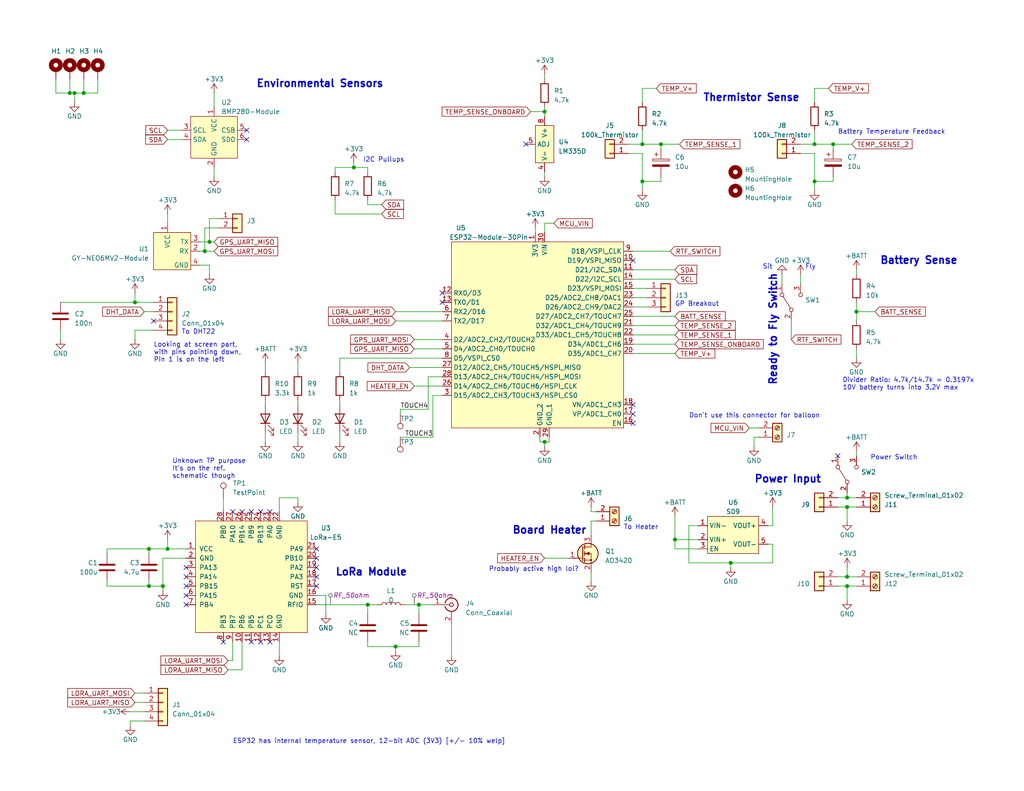
<source format=kicad_sch>
(kicad_sch (version 20230121) (generator eeschema)
  (paper "USLetter")
  (lib_symbols
    (symbol "Connector:Conn_Coaxial" (pin_names (offset 1.016) hide)
      (property "Reference" "J" (at 0.254 3.048 0))
      (property "Value" "Conn_Coaxial" (at 2.921 0 90))
      (symbol "Conn_Coaxial_1_1"
        (pin passive line (at -5.08 0 0) (length 2.54) (name "In") (number "1"))
        (pin passive line (at 0 -5.08 90) (length 2.54) (name "Ext") (number "2"))
      )
    )
    (symbol "Connector:Screw_Terminal_01x02" (pin_names (offset 1.016) hide)
      (property "Reference" "J" (at 0 2.54 0))
      (property "Value" "Screw_Terminal_01x02" (at 0 -5.08 0))
      (symbol "Screw_Terminal_01x02_1_1"
        (pin passive line (at -5.08 0 0) (length 3.81) (name "Pin_1") (number "1"))
        (pin passive line (at -5.08 -2.54 0) (length 3.81) (name "Pin_2") (number "2"))
      )
    )
    (symbol "Connector:TestPoint" (pin_numbers hide) (pin_names (offset 0.762) hide)
      (property "Reference" "TP" (at 0 6.858 0))
      (property "Value" "TestPoint" (at 0 5.08 0))
      (symbol "TestPoint_1_1"
        (pin passive line (at 0 0 90) (length 2.54) (name "1") (number "1"))
      )
    )
    (symbol "Connector_Generic:Conn_01x02" (pin_names (offset 1.016) hide)
      (property "Reference" "J" (at 0 2.54 0))
      (property "Value" "Conn_01x02" (at 0 -5.08 0))
      (symbol "Conn_01x02_1_1"
        (pin passive line (at -5.08 0 0) (length 3.81) (name "Pin_1") (number "1"))
        (pin passive line (at -5.08 -2.54 0) (length 3.81) (name "Pin_2") (number "2"))
      )
    )
    (symbol "Connector_Generic:Conn_01x03" (pin_names (offset 1.016) hide)
      (property "Reference" "J" (at 0 5.08 0))
      (property "Value" "Conn_01x03" (at 0 -5.08 0))
      (symbol "Conn_01x03_1_1"
        (pin passive line (at -5.08 2.54 0) (length 3.81) (name "Pin_1") (number "1"))
        (pin passive line (at -5.08 0 0) (length 3.81) (name "Pin_2") (number "2"))
        (pin passive line (at -5.08 -2.54 0) (length 3.81) (name "Pin_3") (number "3"))
      )
    )
    (symbol "Connector_Generic:Conn_01x04" (pin_names (offset 1.016) hide)
      (property "Reference" "J" (at 0 5.08 0))
      (property "Value" "Conn_01x04" (at 0 -7.62 0))
      (symbol "Conn_01x04_1_1"
        (pin passive line (at -5.08 2.54 0) (length 3.81) (name "Pin_1") (number "1"))
        (pin passive line (at -5.08 0 0) (length 3.81) (name "Pin_2") (number "2"))
        (pin passive line (at -5.08 -2.54 0) (length 3.81) (name "Pin_3") (number "3"))
        (pin passive line (at -5.08 -5.08 0) (length 3.81) (name "Pin_4") (number "4"))
      )
    )
    (symbol "Device:C" (pin_numbers hide) (pin_names (offset 0.254))
      (property "Reference" "C" (at 0.635 2.54 0))
      (property "Value" "C" (at 0.635 -2.54 0))
      (symbol "C_1_1"
        (pin passive line (at 0 3.81 270) (length 2.794) (name "~") (number "1"))
        (pin passive line (at 0 -3.81 90) (length 2.794) (name "~") (number "2"))
      )
    )
    (symbol "Device:C_Polarized" (pin_numbers hide) (pin_names (offset 0.254))
      (property "Reference" "C" (at 0.635 2.54 0))
      (property "Value" "C_Polarized" (at 0.635 -2.54 0))
      (symbol "C_Polarized_1_1"
        (pin passive line (at 0 3.81 270) (length 2.794) (name "~") (number "1"))
        (pin passive line (at 0 -3.81 90) (length 2.794) (name "~") (number "2"))
      )
    )
    (symbol "Device:L" (pin_numbers hide) (pin_names (offset 1.016) hide)
      (property "Reference" "L" (at -1.27 0 90))
      (property "Value" "L" (at 1.905 0 90))
      (symbol "L_1_1"
        (pin passive line (at 0 3.81 270) (length 1.27) (name "1") (number "1"))
        (pin passive line (at 0 -3.81 90) (length 1.27) (name "2") (number "2"))
      )
    )
    (symbol "Device:LED" (pin_numbers hide) (pin_names (offset 1.016) hide)
      (property "Reference" "D" (at 0 2.54 0))
      (property "Value" "LED" (at 0 -2.54 0))
      (symbol "LED_1_1"
        (pin passive line (at -3.81 0 0) (length 2.54) (name "K") (number "1"))
        (pin passive line (at 3.81 0 180) (length 2.54) (name "A") (number "2"))
      )
    )
    (symbol "Device:R" (pin_numbers hide) (pin_names (offset 0))
      (property "Reference" "R" (at 2.032 0 90))
      (property "Value" "R" (at 0 0 90))
      (symbol "R_1_1"
        (pin passive line (at 0 3.81 270) (length 1.27) (name "~") (number "1"))
        (pin passive line (at 0 -3.81 90) (length 1.27) (name "~") (number "2"))
      )
    )
    (symbol "Mechanical:MountingHole" (pin_names (offset 1.016))
      (property "Reference" "H" (at 0 5.08 0))
      (property "Value" "MountingHole" (at 0 3.175 0))
    )
    (symbol "Mechanical:MountingHole_Pad" (pin_numbers hide) (pin_names (offset 1.016) hide)
      (property "Reference" "H" (at 0 6.35 0))
      (property "Value" "MountingHole_Pad" (at 0 4.445 0))
      (symbol "MountingHole_Pad_1_1"
        (pin input line (at 0 -2.54 90) (length 2.54) (name "1") (number "1"))
      )
    )
    (symbol "PCM_Transistor_MOSFET_AKL:AO3420" (pin_names hide)
      (property "Reference" "Q" (at 5.08 1.27 0))
      (property "Value" "AO3420" (at 5.08 -1.27 0))
      (symbol "AO3420_1_1"
        (pin input line (at -3.81 -1.27 0) (length 2.54) (name "G") (number "1"))
        (pin passive line (at 2.54 -5.08 90) (length 2.54) (name "S") (number "2"))
        (pin passive line (at 2.54 5.08 270) (length 2.54) (name "D") (number "3"))
      )
    )
    (symbol "Project-Supernova-Symbol-Lib:BMP280-Module"
      (property "Reference" "U" (at -1.27 -2.54 0))
      (property "Value" "BMP280-Module" (at -1.27 -5.08 0))
      (symbol "BMP280-Module_1_1"
        (pin power_in line (at -2.54 12.7 270) (length 2.54) (name "VCC") (number "1"))
        (pin power_in line (at -2.54 -3.81 90) (length 2.54) (name "GND") (number "2"))
        (pin input line (at -11.43 6.35 0) (length 2.54) (name "SCL") (number "3"))
        (pin bidirectional line (at -11.43 3.81 0) (length 2.54) (name "SDA") (number "4"))
        (pin bidirectional line (at 6.35 6.35 180) (length 2.54) (name "CSB") (number "5"))
        (pin bidirectional line (at 6.35 3.81 180) (length 2.54) (name "SD0") (number "6"))
      )
    )
    (symbol "Project-Supernova-Symbol-Lib:ESP32-Module-30Pin"
      (property "Reference" "U" (at -20.32 19.05 0))
      (property "Value" "ESP32-Module-30Pin" (at -15.24 16.51 0))
      (symbol "ESP32-Module-30Pin_1_1"
        (pin bidirectional line (at -2.54 17.78 270) (length 2.54) (name "3V3") (number "1"))
        (pin bidirectional line (at 24.13 10.16 180) (length 2.54) (name "D19/VSPI_MISO") (number "10"))
        (pin bidirectional line (at 24.13 7.62 180) (length 2.54) (name "D21/I2C_SDA") (number "11"))
        (pin bidirectional line (at -27.94 1.27 0) (length 2.54) (name "RX0/D3") (number "12"))
        (pin bidirectional line (at -27.94 -1.27 0) (length 2.54) (name "TX0/D1") (number "13"))
        (pin bidirectional line (at 24.13 5.08 180) (length 2.54) (name "D22/I2C_SCL") (number "14"))
        (pin bidirectional line (at 24.13 2.54 180) (length 2.54) (name "D23/VSPI_MOSI") (number "15"))
        (pin bidirectional line (at 24.13 -34.29 180) (length 2.54) (name "EN") (number "16"))
        (pin bidirectional line (at 24.13 -31.75 180) (length 2.54) (name "VP/ADC1_CH0") (number "17"))
        (pin bidirectional line (at 24.13 -29.21 180) (length 2.54) (name "VN/ADC1_CH3") (number "18"))
        (pin bidirectional line (at 24.13 -12.7 180) (length 2.54) (name "D34/ADC1_CH6") (number "19"))
        (pin power_in line (at -1.27 -38.1 90) (length 2.54) (name "GND_2") (number "2"))
        (pin bidirectional line (at 24.13 -15.24 180) (length 2.54) (name "D35/ADC1_CH7") (number "20"))
        (pin bidirectional line (at 24.13 -7.62 180) (length 2.54) (name "D32/ADC1_CH4/TOUCH9") (number "21"))
        (pin bidirectional line (at 24.13 -10.16 180) (length 2.54) (name "D33/ADC1_CH5/TOUCH8") (number "22"))
        (pin bidirectional line (at 24.13 0 180) (length 2.54) (name "D25/ADC2_CH8/DAC1") (number "23"))
        (pin bidirectional line (at 24.13 -2.54 180) (length 2.54) (name "D26/ADC2_CH9/DAC2") (number "24"))
        (pin bidirectional line (at 24.13 -5.08 180) (length 2.54) (name "D27/ADC2_CH7/TOUCH7") (number "25"))
        (pin bidirectional line (at -27.94 -24.13 0) (length 2.54) (name "D14/ADC2_CH6/TOUCH6/HSPI_CLK") (number "26"))
        (pin bidirectional line (at -27.94 -19.05 0) (length 2.54) (name "D12/ADC2_CH5/TOUCH5/HSPI_MISO") (number "27"))
        (pin bidirectional line (at -27.94 -21.59 0) (length 2.54) (name "D13/ADC2_CH4/TOUCH4/HSPI_MOSI") (number "28"))
        (pin power_in line (at 1.27 -38.1 90) (length 2.54) (name "GND_1") (number "29"))
        (pin bidirectional line (at -27.94 -26.67 0) (length 2.54) (name "D15/ADC2_CH3/TOUCH3/HSPI_CS0") (number "3"))
        (pin power_in line (at 0 17.78 270) (length 2.54) (name "VIN") (number "30"))
        (pin bidirectional line (at -27.94 -11.43 0) (length 2.54) (name "D2/ADC2_CH2/TOUCH2") (number "4"))
        (pin bidirectional line (at -27.94 -13.97 0) (length 2.54) (name "D4/ADC2_CH0/TOUCH0") (number "5"))
        (pin bidirectional line (at -27.94 -3.81 0) (length 2.54) (name "RX2/D16") (number "6"))
        (pin bidirectional line (at -27.94 -6.35 0) (length 2.54) (name "TX2/D17") (number "7"))
        (pin bidirectional line (at -27.94 -16.51 0) (length 2.54) (name "D5/VSPI_CS0") (number "8"))
        (pin bidirectional line (at 24.13 12.7 180) (length 2.54) (name "D18/VSPI_CLK") (number "9"))
      )
    )
    (symbol "Project-Supernova-Symbol-Lib:GY-NEO6MV2-Module"
      (property "Reference" "U" (at 0 -11.43 0))
      (property "Value" "GY-NEO6MV2-Module" (at 0 -8.89 0))
      (symbol "GY-NEO6MV2-Module_1_1"
        (pin power_in line (at -1.27 5.08 270) (length 2.54) (name "VCC") (number "1"))
        (pin input line (at 7.62 -2.54 180) (length 2.54) (name "RX") (number "2"))
        (pin output line (at 7.62 0 180) (length 2.54) (name "TX") (number "3"))
        (pin power_in line (at 7.62 -6.35 180) (length 2.54) (name "GND") (number "4"))
      )
    )
    (symbol "Project-Supernova-Symbol-Lib:LM335D"
      (property "Reference" "U" (at 3.81 3.81 0))
      (property "Value" "LM335D" (at 5.08 6.35 0))
      (symbol "LM335D_1_1"
        (pin no_connect line (at 2.54 -2.54 180) (length 2.54) hide (name "NC") (number "1"))
        (pin no_connect line (at 2.54 2.54 180) (length 2.54) hide (name "NC") (number "2"))
        (pin no_connect line (at 2.54 0 180) (length 2.54) hide (name "NC") (number "3"))
        (pin input line (at 0 -7.62 90) (length 2.54) (name "V-") (number "4"))
        (pin input line (at -5.08 0 0) (length 2.54) (name "ADJ") (number "5"))
        (pin no_connect line (at -2.54 -2.54 0) (length 2.54) hide (name "NC") (number "6"))
        (pin no_connect line (at 2.54 5.08 180) (length 2.54) hide (name "NC") (number "7"))
        (pin input line (at 0 7.62 270) (length 2.54) (name "V+") (number "8"))
      )
    )
    (symbol "Project-Supernova-Symbol-Lib:LoRa-E5" (pin_names (offset 1.016))
      (property "Reference" "U" (at 0 0 0))
      (property "Value" "LoRa-E5" (at 0 2.54 0))
      (symbol "LoRa-E5_1_1"
        (pin input line (at -17.78 7.62 0) (length 2.54) (name "VCC") (number "1"))
        (pin input line (at -2.54 -17.78 90) (length 2.54) (name "PB6") (number "10"))
        (pin input line (at 0 -17.78 90) (length 2.54) (name "PB5") (number "11"))
        (pin input line (at 2.54 -17.78 90) (length 2.54) (name "PC1") (number "12"))
        (pin input line (at 5.08 -17.78 90) (length 2.54) (name "PC0") (number "13"))
        (pin input line (at 7.62 -17.78 90) (length 2.54) (name "GND") (number "14"))
        (pin input line (at 17.78 -7.62 180) (length 2.54) (name "RFIO") (number "15"))
        (pin input line (at 17.78 -5.08 180) (length 2.54) (name "GND") (number "16"))
        (pin input line (at 17.78 -2.54 180) (length 2.54) (name "RST") (number "17"))
        (pin input line (at 17.78 0 180) (length 2.54) (name "PA3") (number "18"))
        (pin input line (at 17.78 2.54 180) (length 2.54) (name "PA2") (number "19"))
        (pin input line (at -17.78 5.08 0) (length 2.54) (name "GND") (number "2"))
        (pin input line (at 17.78 5.08 180) (length 2.54) (name "PB10") (number "20"))
        (pin input line (at 17.78 7.62 180) (length 2.54) (name "PA9") (number "21"))
        (pin input line (at 7.62 17.78 270) (length 2.54) (name "GND") (number "22"))
        (pin input line (at 5.08 17.78 270) (length 2.54) (name "PA0") (number "23"))
        (pin input line (at 2.54 17.78 270) (length 2.54) (name "PB13~{}") (number "24"))
        (pin input line (at 0 17.78 270) (length 2.54) (name "PB9") (number "25"))
        (pin input line (at -2.54 17.78 270) (length 2.54) (name "PB14") (number "26"))
        (pin input line (at -5.08 17.78 270) (length 2.54) (name "PA10") (number "27"))
        (pin input line (at -7.62 17.78 270) (length 2.54) (name "PB0") (number "28"))
        (pin input line (at -17.78 2.54 0) (length 2.54) (name "PA13") (number "3"))
        (pin input line (at -17.78 0 0) (length 2.54) (name "PA14") (number "4"))
        (pin input line (at -17.78 -2.54 0) (length 2.54) (name "PB15") (number "5"))
        (pin input line (at -17.78 -5.08 0) (length 2.54) (name "PA15") (number "6"))
        (pin input line (at -17.78 -7.62 0) (length 2.54) (name "PB4") (number "7"))
        (pin input line (at -7.62 -17.78 90) (length 2.54) (name "PB3") (number "8"))
        (pin input line (at -5.08 -17.78 90) (length 2.54) (name "PB7") (number "9"))
      )
    )
    (symbol "Project-Supernova-Symbol-Lib:S09_Buck_Boost"
      (property "Reference" "U" (at 0 6.35 0))
      (property "Value" "S09" (at 0 -6.35 0))
      (symbol "S09_Buck_Boost_1_1"
        (pin power_in line (at -6.35 2.54 0) (length 2.54) (name "VIN-") (number "1"))
        (pin power_in line (at -6.35 -1.27 0) (length 2.54) (name "VIN+") (number "2"))
        (pin input line (at -6.35 -3.81 0) (length 2.54) (name "EN") (number "3"))
        (pin power_out line (at 12.7 2.54 180) (length 2.54) (name "VOUT+") (number "4"))
        (pin power_out line (at 12.7 -2.54 180) (length 2.54) (name "VOUT-") (number "5"))
      )
    )
    (symbol "Switch:SW_SPDT" (pin_names (offset 0) hide)
      (property "Reference" "SW" (at 0 4.318 0))
      (property "Value" "SW_SPDT" (at 0 -5.08 0))
      (symbol "SW_SPDT_1_1"
        (pin passive line (at 5.08 2.54 180) (length 2.54) (name "A") (number "1"))
        (pin passive line (at -5.08 0 0) (length 2.54) (name "B") (number "2"))
        (pin passive line (at 5.08 -2.54 180) (length 2.54) (name "C") (number "3"))
      )
    )
    (symbol "power:+3V3" (power) (pin_names (offset 0))
      (property "Value" "+3V3" (at 0 3.556 0))
      (symbol "+3V3_1_1"
        (pin power_in line (at 0 0 90) (length 0) hide (name "+3V3") (number "1"))
      )
    )
    (symbol "power:+BATT" (power) (pin_names (offset 0))
      (property "Value" "+BATT" (at 0 3.556 0))
      (symbol "+BATT_1_1"
        (pin power_in line (at 0 0 90) (length 0) hide (name "+BATT") (number "1"))
      )
    )
    (symbol "power:GND" (power) (pin_names (offset 0))
      (property "Value" "GND" (at 0 -3.81 0))
      (symbol "GND_1_1"
        (pin power_in line (at 0 0 270) (length 0) hide (name "GND") (number "1"))
      )
    )
  )
  (junction (at 96.52 45.72))
  (junction (at 199.39 153.67))
  (junction (at 222.25 49.53))
  (junction (at 57.15 66.04))
  (junction (at 36.83 82.55))
  (junction (at 231.14 160.02))
  (junction (at 180.34 39.37))
  (junction (at 231.14 157.48))
  (junction (at 100.33 165.1))
  (junction (at 148.59 120.65))
  (junction (at 233.68 85.09))
  (junction (at 148.59 30.48))
  (junction (at 231.14 138.43))
  (junction (at 55.88 68.58))
  (junction (at 227.33 39.37))
  (junction (at 45.72 149.86))
  (junction (at 175.26 39.37))
  (junction (at 22.86 25.4))
  (junction (at 19.05 25.4))
  (junction (at 231.14 135.89))
  (junction (at 40.64 160.02))
  (junction (at 175.26 49.53))
  (junction (at 20.32 25.4))
  (junction (at 184.15 147.32))
  (junction (at 107.95 176.53))
  (junction (at 114.3 165.1))
  (junction (at 222.25 39.37))
  (junction (at 44.45 160.02))
  (junction (at 40.64 149.86))
  (no_connect (at 86.36 154.94))
  (no_connect (at 86.36 160.02))
  (no_connect (at 63.5 139.7))
  (no_connect (at 68.58 139.7))
  (no_connect (at 172.72 115.57))
  (no_connect (at 67.31 38.1))
  (no_connect (at 68.58 175.26))
  (no_connect (at 50.8 157.48))
  (no_connect (at 143.51 39.37))
  (no_connect (at 67.31 35.56))
  (no_connect (at 86.36 157.48))
  (no_connect (at 172.72 110.49))
  (no_connect (at 172.72 113.03))
  (no_connect (at 71.12 175.26))
  (no_connect (at 60.96 175.26))
  (no_connect (at 172.72 71.12))
  (no_connect (at 71.12 139.7))
  (no_connect (at 41.91 87.63))
  (no_connect (at 50.8 162.56))
  (no_connect (at 120.65 82.55))
  (no_connect (at 50.8 154.94))
  (no_connect (at 86.36 149.86))
  (no_connect (at 228.6 124.46))
  (no_connect (at 50.8 165.1))
  (no_connect (at 50.8 160.02))
  (no_connect (at 86.36 152.4))
  (no_connect (at 66.04 139.7))
  (no_connect (at 120.65 80.01))
  (no_connect (at 73.66 139.7))
  (no_connect (at 73.66 175.26))
  (wire (pts (xy 226.06 24.13) (xy 222.25 24.13)))
  (wire (pts (xy 22.86 21.59) (xy 22.86 25.4)))
  (wire (pts (xy 44.45 152.4) (xy 50.8 152.4)))
  (wire (pts (xy 45.72 38.1) (xy 49.53 38.1)))
  (wire (pts (xy 222.25 52.07) (xy 222.25 49.53)))
  (wire (pts (xy 100.33 45.72) (xy 100.33 46.99)))
  (wire (pts (xy 175.26 24.13) (xy 175.26 27.94)))
  (wire (pts (xy 57.15 59.69) (xy 59.69 59.69)))
  (wire (pts (xy 57.15 72.39) (xy 54.61 72.39)))
  (wire (pts (xy 81.28 118.11) (xy 81.28 120.65)))
  (wire (pts (xy 199.39 153.67) (xy 187.96 153.67)))
  (wire (pts (xy 22.86 25.4) (xy 26.67 25.4)))
  (wire (pts (xy 222.25 39.37) (xy 227.33 39.37)))
  (wire (pts (xy 111.76 100.33) (xy 120.65 100.33)))
  (wire (pts (xy 147.32 119.38) (xy 147.32 120.65)))
  (wire (pts (xy 44.45 160.02) (xy 44.45 152.4)))
  (wire (pts (xy 233.68 73.66) (xy 233.68 74.93)))
  (wire (pts (xy 231.14 138.43) (xy 233.68 138.43)))
  (wire (pts (xy 29.21 149.86) (xy 40.64 149.86)))
  (wire (pts (xy 45.72 149.86) (xy 50.8 149.86)))
  (wire (pts (xy 204.47 116.84) (xy 207.01 116.84)))
  (wire (pts (xy 57.15 74.93) (xy 57.15 72.39)))
  (wire (pts (xy 19.05 25.4) (xy 20.32 25.4)))
  (wire (pts (xy 172.72 73.66) (xy 184.15 73.66)))
  (wire (pts (xy 179.07 24.13) (xy 175.26 24.13)))
  (wire (pts (xy 227.33 39.37) (xy 232.41 39.37)))
  (wire (pts (xy 233.68 85.09) (xy 238.76 85.09)))
  (wire (pts (xy 63.5 180.34) (xy 62.23 180.34)))
  (wire (pts (xy 113.03 95.25) (xy 120.65 95.25)))
  (wire (pts (xy 36.83 90.17) (xy 41.91 90.17)))
  (wire (pts (xy 148.59 152.4) (xy 154.94 152.4)))
  (wire (pts (xy 187.96 153.67) (xy 187.96 143.51)))
  (wire (pts (xy 180.34 39.37) (xy 185.42 39.37)))
  (wire (pts (xy 19.05 21.59) (xy 19.05 25.4)))
  (wire (pts (xy 228.6 157.48) (xy 231.14 157.48)))
  (wire (pts (xy 227.33 49.53) (xy 222.25 49.53)))
  (wire (pts (xy 180.34 49.53) (xy 175.26 49.53)))
  (wire (pts (xy 148.59 30.48) (xy 148.59 31.75)))
  (wire (pts (xy 123.19 170.18) (xy 123.19 179.07)))
  (wire (pts (xy 109.22 111.76) (xy 109.22 113.03)))
  (wire (pts (xy 146.05 62.23) (xy 146.05 63.5)))
  (wire (pts (xy 118.11 119.38) (xy 109.22 119.38)))
  (wire (pts (xy 100.33 165.1) (xy 102.87 165.1)))
  (wire (pts (xy 40.64 160.02) (xy 29.21 160.02)))
  (wire (pts (xy 213.36 74.93) (xy 213.36 77.47)))
  (wire (pts (xy 36.83 189.23) (xy 39.37 189.23)))
  (wire (pts (xy 81.28 137.16) (xy 81.28 135.89)))
  (wire (pts (xy 114.3 176.53) (xy 114.3 175.26)))
  (wire (pts (xy 148.59 29.21) (xy 148.59 30.48)))
  (wire (pts (xy 104.14 55.88) (xy 100.33 55.88)))
  (wire (pts (xy 147.32 120.65) (xy 148.59 120.65)))
  (wire (pts (xy 172.72 83.82) (xy 176.53 83.82)))
  (wire (pts (xy 175.26 39.37) (xy 180.34 39.37)))
  (wire (pts (xy 92.71 97.79) (xy 92.71 101.6)))
  (wire (pts (xy 161.29 142.24) (xy 161.29 146.05)))
  (wire (pts (xy 35.56 194.31) (xy 39.37 194.31)))
  (wire (pts (xy 175.26 49.53) (xy 175.26 41.91)))
  (wire (pts (xy 161.29 139.7) (xy 162.56 139.7)))
  (wire (pts (xy 26.67 25.4) (xy 26.67 21.59)))
  (wire (pts (xy 231.14 163.83) (xy 231.14 160.02)))
  (wire (pts (xy 92.71 118.11) (xy 92.71 120.65)))
  (wire (pts (xy 55.88 68.58) (xy 58.42 68.58)))
  (wire (pts (xy 29.21 160.02) (xy 29.21 158.75)))
  (wire (pts (xy 114.3 165.1) (xy 114.3 167.64)))
  (wire (pts (xy 66.04 182.88) (xy 62.23 182.88)))
  (wire (pts (xy 231.14 154.94) (xy 231.14 157.48)))
  (wire (pts (xy 205.74 119.38) (xy 207.01 119.38)))
  (wire (pts (xy 36.83 82.55) (xy 41.91 82.55)))
  (wire (pts (xy 110.49 165.1) (xy 114.3 165.1)))
  (wire (pts (xy 148.59 60.96) (xy 148.59 63.5)))
  (wire (pts (xy 88.9 162.56) (xy 88.9 167.64)))
  (wire (pts (xy 210.82 153.67) (xy 199.39 153.67)))
  (wire (pts (xy 172.72 81.28) (xy 176.53 81.28)))
  (wire (pts (xy 36.83 80.01) (xy 36.83 82.55)))
  (wire (pts (xy 58.42 45.72) (xy 58.42 48.26)))
  (wire (pts (xy 96.52 44.45) (xy 96.52 45.72)))
  (wire (pts (xy 16.51 82.55) (xy 36.83 82.55)))
  (wire (pts (xy 107.95 176.53) (xy 107.95 177.8)))
  (wire (pts (xy 66.04 175.26) (xy 66.04 182.88)))
  (wire (pts (xy 40.64 160.02) (xy 44.45 160.02)))
  (wire (pts (xy 45.72 58.42) (xy 45.72 60.96)))
  (wire (pts (xy 40.64 149.86) (xy 45.72 149.86)))
  (wire (pts (xy 231.14 160.02) (xy 233.68 160.02)))
  (wire (pts (xy 210.82 148.59) (xy 210.82 153.67)))
  (wire (pts (xy 39.37 85.09) (xy 41.91 85.09)))
  (wire (pts (xy 91.44 45.72) (xy 96.52 45.72)))
  (wire (pts (xy 175.26 52.07) (xy 175.26 49.53)))
  (wire (pts (xy 161.29 156.21) (xy 161.29 158.75)))
  (wire (pts (xy 58.42 25.4) (xy 58.42 29.21)))
  (wire (pts (xy 114.3 165.1) (xy 118.11 165.1)))
  (wire (pts (xy 184.15 140.97) (xy 184.15 147.32)))
  (wire (pts (xy 45.72 35.56) (xy 49.53 35.56)))
  (wire (pts (xy 184.15 147.32) (xy 184.15 149.86)))
  (wire (pts (xy 172.72 93.98) (xy 184.15 93.98)))
  (wire (pts (xy 162.56 142.24) (xy 161.29 142.24)))
  (wire (pts (xy 15.24 21.59) (xy 15.24 25.4)))
  (wire (pts (xy 36.83 191.77) (xy 39.37 191.77)))
  (wire (pts (xy 100.33 176.53) (xy 107.95 176.53)))
  (wire (pts (xy 107.95 176.53) (xy 114.3 176.53)))
  (wire (pts (xy 120.65 97.79) (xy 92.71 97.79)))
  (wire (pts (xy 215.9 87.63) (xy 215.9 92.71)))
  (wire (pts (xy 45.72 147.32) (xy 45.72 149.86)))
  (wire (pts (xy 233.68 123.19) (xy 233.68 124.46)))
  (wire (pts (xy 172.72 76.2) (xy 184.15 76.2)))
  (wire (pts (xy 218.44 74.93) (xy 218.44 77.47)))
  (wire (pts (xy 231.14 157.48) (xy 233.68 157.48)))
  (wire (pts (xy 231.14 135.89) (xy 231.14 134.62)))
  (wire (pts (xy 148.59 120.65) (xy 148.59 121.92)))
  (wire (pts (xy 172.72 96.52) (xy 184.15 96.52)))
  (wire (pts (xy 57.15 66.04) (xy 58.42 66.04)))
  (wire (pts (xy 35.56 198.12) (xy 35.56 196.85)))
  (wire (pts (xy 175.26 35.56) (xy 175.26 39.37)))
  (wire (pts (xy 20.32 25.4) (xy 22.86 25.4)))
  (wire (pts (xy 222.25 41.91) (xy 218.44 41.91)))
  (wire (pts (xy 60.96 135.89) (xy 60.96 139.7)))
  (wire (pts (xy 35.56 196.85) (xy 39.37 196.85)))
  (wire (pts (xy 120.65 102.87) (xy 116.84 102.87)))
  (wire (pts (xy 40.64 158.75) (xy 40.64 160.02)))
  (wire (pts (xy 210.82 143.51) (xy 210.82 138.43)))
  (wire (pts (xy 86.36 162.56) (xy 88.9 162.56)))
  (wire (pts (xy 209.55 143.51) (xy 210.82 143.51)))
  (wire (pts (xy 113.03 92.71) (xy 120.65 92.71)))
  (wire (pts (xy 180.34 48.26) (xy 180.34 49.53)))
  (wire (pts (xy 72.39 118.11) (xy 72.39 120.65)))
  (wire (pts (xy 172.72 91.44) (xy 184.15 91.44)))
  (wire (pts (xy 107.95 87.63) (xy 120.65 87.63)))
  (wire (pts (xy 29.21 149.86) (xy 29.21 151.13)))
  (wire (pts (xy 209.55 148.59) (xy 210.82 148.59)))
  (wire (pts (xy 44.45 161.29) (xy 44.45 160.02)))
  (wire (pts (xy 228.6 135.89) (xy 231.14 135.89)))
  (wire (pts (xy 172.72 78.74) (xy 176.53 78.74)))
  (wire (pts (xy 175.26 41.91) (xy 171.45 41.91)))
  (wire (pts (xy 16.51 90.17) (xy 16.51 92.71)))
  (wire (pts (xy 118.11 107.95) (xy 118.11 119.38)))
  (wire (pts (xy 20.32 25.4) (xy 20.32 27.94)))
  (wire (pts (xy 228.6 138.43) (xy 231.14 138.43)))
  (wire (pts (xy 55.88 68.58) (xy 54.61 68.58)))
  (wire (pts (xy 100.33 165.1) (xy 100.33 167.64)))
  (wire (pts (xy 148.59 20.32) (xy 148.59 21.59)))
  (wire (pts (xy 218.44 39.37) (xy 222.25 39.37)))
  (wire (pts (xy 91.44 46.99) (xy 91.44 45.72)))
  (wire (pts (xy 233.68 82.55) (xy 233.68 85.09)))
  (wire (pts (xy 81.28 99.06) (xy 81.28 101.6)))
  (wire (pts (xy 151.13 60.96) (xy 148.59 60.96)))
  (wire (pts (xy 187.96 143.51) (xy 190.5 143.51)))
  (wire (pts (xy 144.78 30.48) (xy 148.59 30.48)))
  (wire (pts (xy 199.39 154.94) (xy 199.39 153.67)))
  (wire (pts (xy 231.14 135.89) (xy 233.68 135.89)))
  (wire (pts (xy 222.25 24.13) (xy 222.25 27.94)))
  (wire (pts (xy 231.14 142.24) (xy 231.14 138.43)))
  (wire (pts (xy 76.2 135.89) (xy 76.2 139.7)))
  (wire (pts (xy 148.59 46.99) (xy 148.59 48.26)))
  (wire (pts (xy 113.03 105.41) (xy 120.65 105.41)))
  (wire (pts (xy 76.2 175.26) (xy 76.2 179.07)))
  (wire (pts (xy 227.33 48.26) (xy 227.33 49.53)))
  (wire (pts (xy 171.45 39.37) (xy 175.26 39.37)))
  (wire (pts (xy 55.88 62.23) (xy 55.88 68.58)))
  (wire (pts (xy 116.84 102.87) (xy 116.84 111.76)))
  (wire (pts (xy 161.29 138.43) (xy 161.29 139.7)))
  (wire (pts (xy 205.74 121.92) (xy 205.74 119.38)))
  (wire (pts (xy 72.39 109.22) (xy 72.39 110.49)))
  (wire (pts (xy 172.72 86.36) (xy 184.15 86.36)))
  (wire (pts (xy 72.39 99.06) (xy 72.39 101.6)))
  (wire (pts (xy 96.52 45.72) (xy 100.33 45.72)))
  (wire (pts (xy 172.72 68.58) (xy 182.88 68.58)))
  (wire (pts (xy 149.86 120.65) (xy 149.86 119.38)))
  (wire (pts (xy 100.33 175.26) (xy 100.33 176.53)))
  (wire (pts (xy 222.25 49.53) (xy 222.25 41.91)))
  (wire (pts (xy 57.15 59.69) (xy 57.15 66.04)))
  (wire (pts (xy 36.83 92.71) (xy 36.83 90.17)))
  (wire (pts (xy 180.34 39.37) (xy 180.34 40.64)))
  (wire (pts (xy 148.59 120.65) (xy 149.86 120.65)))
  (wire (pts (xy 233.68 95.25) (xy 233.68 97.79)))
  (wire (pts (xy 227.33 39.37) (xy 227.33 40.64)))
  (wire (pts (xy 91.44 54.61) (xy 91.44 58.42)))
  (wire (pts (xy 63.5 175.26) (xy 63.5 180.34)))
  (wire (pts (xy 228.6 160.02) (xy 231.14 160.02)))
  (wire (pts (xy 81.28 109.22) (xy 81.28 110.49)))
  (wire (pts (xy 15.24 25.4) (xy 19.05 25.4)))
  (wire (pts (xy 100.33 55.88) (xy 100.33 54.61)))
  (wire (pts (xy 86.36 165.1) (xy 100.33 165.1)))
  (wire (pts (xy 120.65 107.95) (xy 118.11 107.95)))
  (wire (pts (xy 190.5 149.86) (xy 184.15 149.86)))
  (wire (pts (xy 55.88 62.23) (xy 59.69 62.23)))
  (wire (pts (xy 57.15 66.04) (xy 54.61 66.04)))
  (wire (pts (xy 81.28 135.89) (xy 76.2 135.89)))
  (wire (pts (xy 184.15 147.32) (xy 190.5 147.32)))
  (wire (pts (xy 91.44 58.42) (xy 104.14 58.42)))
  (wire (pts (xy 107.95 85.09) (xy 120.65 85.09)))
  (wire (pts (xy 40.64 149.86) (xy 40.64 151.13)))
  (wire (pts (xy 233.68 85.09) (xy 233.68 87.63)))
  (wire (pts (xy 222.25 35.56) (xy 222.25 39.37)))
  (wire (pts (xy 92.71 109.22) (xy 92.71 110.49)))
  (wire (pts (xy 116.84 111.76) (xy 109.22 111.76)))
  (wire (pts (xy 172.72 88.9) (xy 184.15 88.9)))
  (text "To Heater" (at 170.18 144.78 0) (effects (font (size 1.27 1.27)) (justify left bottom)))
  (text "Unknown TP purpose\nIt's on the ref.\nschematic though" (at 46.99 130.81 0) (effects (font (size 1.27 1.27)) (justify left bottom)))
  (text "LoRa Module" (at 91.44 157.48 0) (effects (font (size 2 2) (thickness 0.4) bold) (justify left bottom)))
  (text "Looking at screen part,\nwith pins pointing down,\nPin 1 is on the left" (at 41.91 99.06 0) (effects (font (size 1.27 1.27)) (justify left bottom)))
  (text "Battery Temperature Feedback" (at 228.6 36.83 0) (effects (font (size 1.27 1.27)) (justify left bottom)))
  (text "Ready to Fly Switch" (at 212.09 105.41 90) (effects (font (size 2 2) (thickness 0.4) bold) (justify left bottom)))
  (text "Fly" (at 219.71 73.66 0) (effects (font (size 1.27 1.27)) (justify left bottom)))
  (text "GP Breakout" (at 184.15 83.82 0) (effects (font (size 1.27 1.27)) (justify left bottom)))
  (text "Power Input" (at 205.74 132.08 0) (effects (font (size 2 2) (thickness 0.4) bold) (justify left bottom)))
  (text "I2C Pullups" (at 99.06 44.45 0) (effects (font (size 1.27 1.27)) (justify left bottom)))
  (text "Environmental Sensors" (at 69.85 24.13 0) (effects (font (size 2 2) (thickness 0.4) bold) (justify left bottom)))
  (text "Sit" (at 210.82 73.66 0) (effects (font (size 1.27 1.27)) (justify right bottom)))
  (text "Board Heater" (at 139.7 146.05 0) (effects (font (size 2 2) (thickness 0.4) bold) (justify left bottom)))
  (text "To DHT22" (at 49.53 91.44 0) (effects (font (size 1.27 1.27)) (justify left bottom)))
  (text "Divider Ratio: 4.7k/14.7k = 0.3197x\n10V battery turns into 3.2V max" (at 229.87 106.68 0) (effects (font (size 1.27 1.27)) (justify left bottom)))
  (text "Probably active high lol?" (at 133.35 156.21 0) (effects (font (size 1.27 1.27)) (justify left bottom)))
  (text "Power Switch" (at 237.49 125.73 0) (effects (font (size 1.27 1.27)) (justify left bottom)))
  (text "Thermistor Sense" (at 191.77 27.94 0) (effects (font (size 2 2) (thickness 0.4) bold) (justify left bottom)))
  (text "Don't use this connector for balloon" (at 187.96 114.3 0) (effects (font (size 1.27 1.27)) (justify left bottom)))
  (text "ESP32 has internal temperature sensor, 12-bit ADC (3V3) [+/- 10% welp]" (at 63.5 203.2 0) (effects (font (size 1.27 1.27)) (justify left bottom)))
  (text "Battery Sense" (at 240.03 72.39 0) (effects (font (size 2 2) (thickness 0.4) bold) (justify left bottom)))
  (label "TOUCH3" (at 110.49 119.38 0))
  (label "TOUCH4" (at 109.22 111.76 0))
  (global_label "SDA" (shape input) (at 184.15 73.66 0) (property "Intersheetrefs" "${INTERSHEET_REFS}" (effects hide)))
  (global_label "TEMP_V+" (shape input) (at 226.06 24.13 0) (property "Intersheetrefs" "${INTERSHEET_REFS}" (effects hide)))
  (global_label "GPS_UART_MOSI" (shape input) (at 113.03 92.71 180) (property "Intersheetrefs" "${INTERSHEET_REFS}" (effects hide)))
  (global_label "TEMP_SENSE_2" (shape input) (at 184.15 88.9 0) (property "Intersheetrefs" "${INTERSHEET_REFS}" (effects hide)))
  (global_label "HEATER_EN" (shape input) (at 148.59 152.4 180) (property "Intersheetrefs" "${INTERSHEET_REFS}" (effects hide)))
  (global_label "SCL" (shape input) (at 184.15 76.2 0) (property "Intersheetrefs" "${INTERSHEET_REFS}" (effects hide)))
  (global_label "SCL" (shape input) (at 104.14 58.42 0) (property "Intersheetrefs" "${INTERSHEET_REFS}" (effects hide)))
  (global_label "BATT_SENSE" (shape input) (at 238.76 85.09 0) (property "Intersheetrefs" "${INTERSHEET_REFS}" (effects hide)))
  (global_label "GPS_UART_MOSI" (shape input) (at 58.42 68.58 0) (property "Intersheetrefs" "${INTERSHEET_REFS}" (effects hide)))
  (global_label "MCU_VIN" (shape input) (at 151.13 60.96 0) (property "Intersheetrefs" "${INTERSHEET_REFS}" (effects hide)))
  (global_label "LORA_UART_MOSI" (shape input) (at 62.23 180.34 180) (property "Intersheetrefs" "${INTERSHEET_REFS}" (effects hide)))
  (global_label "TEMP_SENSE_ONBOARD" (shape input) (at 184.15 93.98 0) (property "Intersheetrefs" "${INTERSHEET_REFS}" (effects hide)))
  (global_label "LORA_UART_MOSI" (shape input) (at 36.83 189.23 180) (property "Intersheetrefs" "${INTERSHEET_REFS}" (effects hide)))
  (global_label "HEATER_EN" (shape input) (at 113.03 105.41 180) (property "Intersheetrefs" "${INTERSHEET_REFS}" (effects hide)))
  (global_label "LORA_UART_MISO" (shape input) (at 62.23 182.88 180) (property "Intersheetrefs" "${INTERSHEET_REFS}" (effects hide)))
  (global_label "TEMP_SENSE_1" (shape input) (at 185.42 39.37 0) (property "Intersheetrefs" "${INTERSHEET_REFS}" (effects hide)))
  (global_label "TEMP_SENSE_2" (shape input) (at 232.41 39.37 0) (property "Intersheetrefs" "${INTERSHEET_REFS}" (effects hide)))
  (global_label "MCU_VIN" (shape input) (at 204.47 116.84 180) (property "Intersheetrefs" "${INTERSHEET_REFS}" (effects hide)))
  (global_label "LORA_UART_MISO" (shape input) (at 36.83 191.77 180) (property "Intersheetrefs" "${INTERSHEET_REFS}" (effects hide)))
  (global_label "LORA_UART_MOSI" (shape input) (at 107.95 87.63 180) (property "Intersheetrefs" "${INTERSHEET_REFS}" (effects hide)))
  (global_label "GPS_UART_MISO" (shape input) (at 113.03 95.25 180) (property "Intersheetrefs" "${INTERSHEET_REFS}" (effects hide)))
  (global_label "SDA" (shape input) (at 104.14 55.88 0) (property "Intersheetrefs" "${INTERSHEET_REFS}" (effects hide)))
  (global_label "TEMP_V+" (shape input) (at 184.15 96.52 0) (property "Intersheetrefs" "${INTERSHEET_REFS}" (effects hide)))
  (global_label "TEMP_SENSE_1" (shape input) (at 184.15 91.44 0) (property "Intersheetrefs" "${INTERSHEET_REFS}" (effects hide)))
  (global_label "RTF_SWITCH" (shape input) (at 182.88 68.58 0) (property "Intersheetrefs" "${INTERSHEET_REFS}" (effects hide)))
  (global_label "SDA" (shape input) (at 45.72 38.1 180) (property "Intersheetrefs" "${INTERSHEET_REFS}" (effects hide)))
  (global_label "GPS_UART_MISO" (shape input) (at 58.42 66.04 0) (property "Intersheetrefs" "${INTERSHEET_REFS}" (effects hide)))
  (global_label "RTF_SWITCH" (shape input) (at 215.9 92.71 0) (property "Intersheetrefs" "${INTERSHEET_REFS}" (effects hide)))
  (global_label "DHT_DATA" (shape input) (at 39.37 85.09 180) (property "Intersheetrefs" "${INTERSHEET_REFS}" (effects hide)))
  (global_label "TEMP_V+" (shape input) (at 179.07 24.13 0) (property "Intersheetrefs" "${INTERSHEET_REFS}" (effects hide)))
  (global_label "TEMP_SENSE_ONBOARD" (shape input) (at 144.78 30.48 180) (property "Intersheetrefs" "${INTERSHEET_REFS}" (effects hide)))
  (global_label "LORA_UART_MISO" (shape input) (at 107.95 85.09 180) (property "Intersheetrefs" "${INTERSHEET_REFS}" (effects hide)))
  (global_label "DHT_DATA" (shape input) (at 111.76 100.33 180) (property "Intersheetrefs" "${INTERSHEET_REFS}" (effects hide)))
  (global_label "SCL" (shape input) (at 45.72 35.56 180) (property "Intersheetrefs" "${INTERSHEET_REFS}" (effects hide)))
  (global_label "BATT_SENSE" (shape input) (at 184.15 86.36 0) (property "Intersheetrefs" "${INTERSHEET_REFS}" (effects hide)))
  (netclass_flag "" (length 2.54) (shape round) (at 90.17 165.1 0) (property "Netclass" "RF_50ohm" (at 90.8685 162.56 0) (effects (font italic) (justify left))))
  (netclass_flag "" (length 2.54) (shape round) (at 113.03 165.1 0) (property "Netclass" "RF_50ohm" (at 113.7285 162.56 0) (effects (font italic) (justify left))))
  (symbol (lib_id "Device:R") (at 81.28 105.41 0) (unit 1)
    (property "Reference" "R9" (at 83.82 104.775 0) (effects (justify left)))
    (property "Value" "1k" (at 83.82 107.315 0) (effects (justify left)))
    (property "Footprint" "Resistor_SMD:R_1206_3216Metric_Pad1.30x1.75mm_HandSolder" (effects hide))
  )
  (symbol (lib_id "power:+3V3") (at 146.05 62.23 0) (unit 1)
    (property "Reference" "#PWR018" (effects hide))
    (property "Value" "+3V3" (at 146.05 58.42 0))
  )
  (symbol (lib_id "Switch:SW_SPDT") (at 215.9 82.55 90) (unit 1)
    (property "Reference" "SW1" (at 219.71 81.915 90) (effects (justify right)))
    (property "Value" "SW_SPDT" (effects hide))
    (property "Footprint" "Button_Switch_THT:SW_Slide_1P2T_CK_OS102011MS2Q" (effects hide))
  )
  (symbol (lib_id "Project-Supernova-Symbol-Lib:ESP32-Module-30Pin") (at 148.59 81.28 0) (unit 1)
    (property "Reference" "U5" (at 125.73 62.23 0))
    (property "Value" "ESP32-Module-30Pin" (at 133.35 64.77 0))
    (property "Footprint" "Project-Supernova-Footprint-Lib:ESP32-Module-30Pin" (effects hide))
  )
  (symbol (lib_id "power:+BATT") (at 184.15 140.97 0) (unit 1)
    (property "Reference" "#PWR025" (effects hide))
    (property "Value" "+BATT" (at 184.15 137.16 0))
  )
  (symbol (lib_id "Mechanical:MountingHole") (at 200.66 46.99 0) (unit 1)
    (property "Reference" "H5" (at 203.2 46.355 0) (effects (justify left)))
    (property "Value" "MountingHole" (at 203.2 48.895 0) (effects (justify left)))
    (property "Footprint" "MountingHole:MountingHole_3mm" (effects hide))
  )
  (symbol (lib_id "power:+3V3") (at 35.56 194.31 90) (unit 1)
    (property "Reference" "#PWR03" (effects hide))
    (property "Value" "+3V3" (at 33.02 194.31 90) (effects (justify left)))
  )
  (symbol (lib_id "Project-Supernova-Symbol-Lib:LoRa-E5") (at 68.58 157.48 0) (unit 1)
    (property "Reference" "U3" (at 88.9 144.1703 0))
    (property "Value" "LoRa-E5" (at 88.9 146.7103 0))
    (property "Footprint" "Project-Supernova-Footprint-Lib:LoRa-E5_HandSolder" (effects hide))
  )
  (symbol (lib_id "Device:C") (at 40.64 154.94 0) (mirror y) (unit 1)
    (property "Reference" "C3" (at 38.1 153.67 0) (effects (justify left)))
    (property "Value" "4.7u" (at 38.1 156.21 0) (effects (justify left)))
    (property "Footprint" "Capacitor_SMD:C_1206_3216Metric_Pad1.33x1.80mm_HandSolder" (effects hide))
  )
  (symbol (lib_id "Connector_Generic:Conn_01x02") (at 166.37 41.91 180) (unit 1)
    (property "Reference" "J5" (at 166.37 34.29 0))
    (property "Value" "100k_Thermistor" (at 166.37 36.83 0))
    (property "Footprint" "Connector_PinHeader_2.54mm:PinHeader_1x02_P2.54mm_Vertical" (effects hide))
  )
  (symbol (lib_id "Connector_Generic:Conn_01x02") (at 213.36 41.91 180) (unit 1)
    (property "Reference" "J8" (at 213.36 34.29 0))
    (property "Value" "100k_Thermistor" (at 213.36 36.83 0))
    (property "Footprint" "Connector_PinHeader_2.54mm:PinHeader_1x02_P2.54mm_Vertical" (effects hide))
  )
  (symbol (lib_id "Connector:TestPoint") (at 109.22 119.38 180) (unit 1)
    (property "Reference" "TP3" (at 109.22 120.65 0) (effects (justify right)))
    (property "Value" "TestPoint" (effects hide))
    (property "Footprint" "TestPoint:TestPoint_Pad_D4.0mm" (effects hide))
  )
  (symbol (lib_id "power:GND") (at 175.26 52.07 0) (unit 1)
    (property "Reference" "#PWR024" (effects hide))
    (property "Value" "GND" (at 175.26 55.88 0))
  )
  (symbol (lib_id "power:GND") (at 161.29 158.75 0) (unit 1)
    (property "Reference" "#PWR023" (effects hide))
    (property "Value" "GND" (at 161.29 162.56 0))
  )
  (symbol (lib_id "Switch:SW_SPDT") (at 231.14 129.54 90) (unit 1)
    (property "Reference" "SW2" (at 234.95 128.905 90) (effects (justify right)))
    (property "Value" "SW_SPDT" (effects hide))
    (property "Footprint" "Button_Switch_THT:SW_Slide_1P2T_CK_OS102011MS2Q" (effects hide))
  )
  (symbol (lib_id "Device:C") (at 114.3 171.45 0) (mirror y) (unit 1)
    (property "Reference" "C5" (at 111.76 170.18 0) (effects (justify left)))
    (property "Value" "NC" (at 111.76 172.72 0) (effects (justify left)))
    (property "Footprint" "Capacitor_SMD:C_1206_3216Metric_Pad1.33x1.80mm_HandSolder" (effects hide))
  )
  (symbol (lib_id "Mechanical:MountingHole") (at 200.66 52.07 0) (unit 1)
    (property "Reference" "H6" (at 203.2 51.435 0) (effects (justify left)))
    (property "Value" "MountingHole" (at 203.2 53.975 0) (effects (justify left)))
    (property "Footprint" "MountingHole:MountingHole_3mm" (effects hide))
  )
  (symbol (lib_id "power:GND") (at 20.32 27.94 0) (unit 1)
    (property "Reference" "#PWR01" (effects hide))
    (property "Value" "GND" (at 20.32 31.75 0))
  )
  (symbol (lib_id "power:+BATT") (at 161.29 138.43 0) (unit 1)
    (property "Reference" "#PWR022" (effects hide))
    (property "Value" "+BATT" (at 161.29 134.62 0))
  )
  (symbol (lib_id "power:GND") (at 199.39 154.94 0) (unit 1)
    (property "Reference" "#PWR026" (effects hide))
    (property "Value" "GND" (at 199.39 158.75 0))
  )
  (symbol (lib_id "Device:C") (at 16.51 86.36 0) (unit 1)
    (property "Reference" "C2" (at 20.32 85.725 0) (effects (justify left)))
    (property "Value" "100n" (at 20.32 88.265 0) (effects (justify left)))
    (property "Footprint" "Capacitor_SMD:C_1206_3216Metric_Pad1.33x1.80mm_HandSolder" (effects hide))
  )
  (symbol (lib_id "power:+3V3") (at 81.28 99.06 0) (unit 1)
    (property "Reference" "#PWR041" (effects hide))
    (property "Value" "+3V3" (at 81.28 95.25 0))
  )
  (symbol (lib_id "Device:LED") (at 81.28 114.3 90) (unit 1)
    (property "Reference" "D2" (at 85.09 115.2525 90) (effects (justify right)))
    (property "Value" "LED" (at 85.09 117.7925 90) (effects (justify right)))
    (property "Footprint" "LED_SMD:LED_1206_3216Metric_Pad1.42x1.75mm_HandSolder" (effects hide))
  )
  (symbol (lib_id "Connector:Conn_Coaxial") (at 123.19 165.1 0) (unit 1)
    (property "Reference" "J4" (at 127 164.7582 0) (effects (justify left)))
    (property "Value" "Conn_Coaxial" (at 127 167.2982 0) (effects (justify left)))
    (property "Footprint" "Connector_Coaxial:SMA_Wurth_60312002114503_Vertical" (effects hide))
    (property "Datasheet" " ~" (effects hide))
  )
  (symbol (lib_id "power:GND") (at 58.42 48.26 0) (unit 1)
    (property "Reference" "#PWR012" (effects hide))
    (property "Value" "GND" (at 58.42 52.07 0))
  )
  (symbol (lib_id "Connector_Generic:Conn_01x04") (at 44.45 191.77 0) (unit 1)
    (property "Reference" "J1" (at 46.99 192.405 0) (effects (justify left)))
    (property "Value" "Conn_01x04" (at 46.99 194.945 0) (effects (justify left)))
    (property "Footprint" "Connector_PinHeader_2.54mm:PinHeader_1x04_P2.54mm_Vertical" (effects hide))
  )
  (symbol (lib_id "power:+3V3") (at 218.44 74.93 0) (unit 1)
    (property "Reference" "#PWR030" (effects hide))
    (property "Value" "+3V3" (at 218.44 71.12 0))
  )
  (symbol (lib_id "power:GND") (at 72.39 120.65 0) (unit 1)
    (property "Reference" "#PWR043" (effects hide))
    (property "Value" "GND" (at 72.39 124.46 0))
  )
  (symbol (lib_id "Device:R") (at 233.68 78.74 0) (unit 1)
    (property "Reference" "R4" (at 236.22 78.105 0) (effects (justify left)))
    (property "Value" "10k" (at 236.22 80.645 0) (effects (justify left)))
    (property "Footprint" "Resistor_SMD:R_1206_3216Metric_Pad1.30x1.75mm_HandSolder" (effects hide))
  )
  (symbol (lib_id "power:+3V3") (at 45.72 147.32 0) (unit 1)
    (property "Reference" "#PWR07" (effects hide))
    (property "Value" "+3V3" (at 45.72 143.51 0))
  )
  (symbol (lib_id "power:GND") (at 35.56 198.12 0) (unit 1)
    (property "Reference" "#PWR04" (effects hide))
    (property "Value" "GND" (at 35.56 201.93 0))
  )
  (symbol (lib_id "Device:C_Polarized") (at 180.34 44.45 0) (unit 1)
    (property "Reference" "C6" (at 184.15 42.926 0) (effects (justify left)))
    (property "Value" "10u" (at 184.15 45.466 0) (effects (justify left)))
    (property "Footprint" "Capacitor_SMD:C_1206_3216Metric_Pad1.33x1.80mm_HandSolder" (effects hide))
  )
  (symbol (lib_id "power:+3V3") (at 210.82 138.43 0) (unit 1)
    (property "Reference" "#PWR028" (effects hide))
    (property "Value" "+3V3" (at 210.82 134.62 0))
  )
  (symbol (lib_id "Project-Supernova-Symbol-Lib:S09_Buck_Boost") (at 196.85 146.05 0) (unit 1)
    (property "Reference" "U6" (at 200.025 137.16 0))
    (property "Value" "S09" (at 200.025 139.7 0))
    (property "Footprint" "Project-Supernova-Footprint-Lib:S09" (effects hide))
  )
  (symbol (lib_id "Connector_Generic:Conn_01x02") (at 223.52 138.43 180) (unit 1)
    (property "Reference" "J9" (at 220.98 137.795 0) (effects (justify left)))
    (property "Value" "Conn_01x02" (effects hide))
    (property "Footprint" "Connector_PinHeader_2.54mm:PinHeader_1x02_P2.54mm_Vertical" (effects hide))
  )
  (symbol (lib_id "Mechanical:MountingHole_Pad") (at 22.86 19.05 0) (unit 1)
    (property "Reference" "H3" (at 21.59 13.97 0) (effects (justify left)))
    (property "Value" "MountingHole_Pad" (effects hide))
    (property "Footprint" "MountingHole:MountingHole_3.2mm_M3_DIN965_Pad" (effects hide))
  )
  (symbol (lib_id "power:GND") (at 123.19 179.07 0) (unit 1)
    (property "Reference" "#PWR017" (effects hide))
    (property "Value" "GND" (at 123.19 182.88 0))
  )
  (symbol (lib_id "Mechanical:MountingHole_Pad") (at 15.24 19.05 0) (unit 1)
    (property "Reference" "H1" (at 13.97 13.97 0) (effects (justify left)))
    (property "Value" "MountingHole_Pad" (effects hide))
    (property "Footprint" "MountingHole:MountingHole_3.2mm_M3_DIN965_Pad" (effects hide))
  )
  (symbol (lib_id "power:+3V3") (at 45.72 58.42 0) (unit 1)
    (property "Reference" "#PWR06" (effects hide))
    (property "Value" "+3V3" (at 45.72 54.61 0))
  )
  (symbol (lib_id "power:+3V3") (at 148.59 20.32 0) (unit 1)
    (property "Reference" "#PWR019" (effects hide))
    (property "Value" "+3V3" (at 148.59 16.51 0))
  )
  (symbol (lib_id "power:GND") (at 231.14 163.83 0) (unit 1)
    (property "Reference" "#PWR036" (effects hide))
    (property "Value" "GND" (at 231.14 167.64 0))
  )
  (symbol (lib_id "Device:C") (at 29.21 154.94 0) (mirror y) (unit 1)
    (property "Reference" "C1" (at 26.67 153.67 0) (effects (justify left)))
    (property "Value" "100u" (at 26.67 156.21 0) (effects (justify left)))
    (property "Footprint" "Capacitor_SMD:C_1206_3216Metric_Pad1.33x1.80mm_HandSolder" (effects hide))
  )
  (symbol (lib_id "power:GND") (at 231.14 142.24 0) (unit 1)
    (property "Reference" "#PWR034" (effects hide))
    (property "Value" "GND" (at 231.14 146.05 0))
  )
  (symbol (lib_id "Connector:Screw_Terminal_01x02") (at 212.09 119.38 0) (mirror x) (unit 1)
    (property "Reference" "J7" (at 214.63 118.745 0) (effects (justify left)))
    (property "Value" "Screw_Terminal_01x02" (effects hide))
    (property "Footprint" "TerminalBlock:TerminalBlock_bornier-2_P5.08mm" (effects hide))
  )
  (symbol (lib_id "Device:R") (at 175.26 31.75 0) (unit 1)
    (property "Reference" "R2" (at 177.8 31.115 0) (effects (justify left)))
    (property "Value" "4.7k" (at 177.8 33.655 0) (effects (justify left)))
    (property "Footprint" "Resistor_SMD:R_1206_3216Metric_Pad1.30x1.75mm_HandSolder" (effects hide))
  )
  (symbol (lib_id "Device:L") (at 106.68 165.1 90) (unit 1)
    (property "Reference" "L1" (at 106.68 161.29 90))
    (property "Value" "0" (at 106.68 163.83 90))
    (property "Footprint" "Inductor_SMD:L_1206_3216Metric_Pad1.42x1.75mm_HandSolder" (effects hide))
  )
  (symbol (lib_id "power:GND") (at 205.74 121.92 0) (unit 1)
    (property "Reference" "#PWR027" (effects hide))
    (property "Value" "GND" (at 205.74 125.73 0))
  )
  (symbol (lib_id "power:GND") (at 57.15 74.93 0) (unit 1)
    (property "Reference" "#PWR010" (effects hide))
    (property "Value" "GND" (at 57.15 78.74 0))
  )
  (symbol (lib_id "Device:LED") (at 72.39 114.3 90) (unit 1)
    (property "Reference" "D3" (at 76.2 115.2525 90) (effects (justify right)))
    (property "Value" "LED" (at 76.2 117.7925 90) (effects (justify right)))
    (property "Footprint" "LED_SMD:LED_1206_3216Metric_Pad1.42x1.75mm_HandSolder" (effects hide))
  )
  (symbol (lib_id "Device:R") (at 222.25 31.75 0) (unit 1)
    (property "Reference" "R3" (at 224.79 31.115 0) (effects (justify left)))
    (property "Value" "4.7k" (at 224.79 33.655 0) (effects (justify left)))
    (property "Footprint" "Resistor_SMD:R_1206_3216Metric_Pad1.30x1.75mm_HandSolder" (effects hide))
  )
  (symbol (lib_id "power:+BATT") (at 233.68 73.66 0) (unit 1)
    (property "Reference" "#PWR032" (effects hide))
    (property "Value" "+BATT" (at 233.68 69.85 0))
  )
  (symbol (lib_id "power:GND") (at 233.68 97.79 0) (unit 1)
    (property "Reference" "#PWR033" (effects hide))
    (property "Value" "GND" (at 233.68 101.6 0))
  )
  (symbol (lib_id "Device:R") (at 92.71 105.41 0) (unit 1)
    (property "Reference" "R8" (at 95.25 104.775 0) (effects (justify left)))
    (property "Value" "1k" (at 95.25 107.315 0) (effects (justify left)))
    (property "Footprint" "Resistor_SMD:R_1206_3216Metric_Pad1.30x1.75mm_HandSolder" (effects hide))
  )
  (symbol (lib_id "Device:C") (at 100.33 171.45 0) (mirror y) (unit 1)
    (property "Reference" "C4" (at 97.79 170.18 0) (effects (justify left)))
    (property "Value" "NC" (at 97.79 172.72 0) (effects (justify left)))
    (property "Footprint" "Capacitor_SMD:C_1206_3216Metric_Pad1.33x1.80mm_HandSolder" (effects hide))
  )
  (symbol (lib_id "power:+BATT") (at 72.39 99.06 0) (unit 1)
    (property "Reference" "#PWR042" (effects hide))
    (property "Value" "+BATT" (at 72.39 95.25 0))
  )
  (symbol (lib_id "power:+3V3") (at 58.42 25.4 0) (unit 1)
    (property "Reference" "#PWR011" (effects hide))
    (property "Value" "+3V3" (at 58.42 21.59 0))
  )
  (symbol (lib_id "Connector_Generic:Conn_01x03") (at 181.61 81.28 0) (unit 1)
    (property "Reference" "J13" (at 184.15 80.645 0) (effects (justify left)))
    (property "Value" "Conn_01x03" (effects hide))
    (property "Footprint" "Connector_PinHeader_2.54mm:PinHeader_1x03_P2.54mm_Vertical" (effects hide))
  )
  (symbol (lib_id "Connector_Generic:Conn_01x02") (at 64.77 59.69 0) (unit 1)
    (property "Reference" "J3" (at 67.31 60.325 0) (effects (justify left)))
    (property "Value" "Conn_01x02" (effects hide))
    (property "Footprint" "Connector_PinHeader_2.54mm:PinHeader_1x02_P2.54mm_Vertical" (effects hide))
  )
  (symbol (lib_id "power:GND") (at 81.28 137.16 0) (unit 1)
    (property "Reference" "#PWR014" (effects hide))
    (property "Value" "GND" (at 81.28 140.97 0))
  )
  (symbol (lib_id "Mechanical:MountingHole_Pad") (at 26.67 19.05 0) (unit 1)
    (property "Reference" "H4" (at 25.4 13.97 0) (effects (justify left)))
    (property "Value" "MountingHole_Pad" (effects hide))
    (property "Footprint" "MountingHole:MountingHole_3.2mm_M3_DIN965_Pad" (effects hide))
  )
  (symbol (lib_id "power:+3V3") (at 96.52 44.45 0) (unit 1)
    (property "Reference" "#PWR038" (effects hide))
    (property "Value" "+3V3" (at 96.52 40.64 0))
  )
  (symbol (lib_id "Connector:Screw_Terminal_01x02") (at 238.76 160.02 0) (mirror x) (unit 1)
    (property "Reference" "J12" (at 241.3 159.385 0) (effects (justify left)))
    (property "Value" "Screw_Terminal_01x02" (at 241.3 156.845 0) (effects (justify left)))
    (property "Footprint" "TerminalBlock:TerminalBlock_bornier-2_P5.08mm" (effects hide))
  )
  (symbol (lib_id "power:GND") (at 88.9 167.64 0) (unit 1)
    (property "Reference" "#PWR015" (effects hide))
    (property "Value" "GND" (at 88.9 171.45 0))
  )
  (symbol (lib_id "Device:R") (at 100.33 50.8 0) (unit 1)
    (property "Reference" "R6" (at 102.87 50.165 0) (effects (justify left)))
    (property "Value" "4.7k" (at 102.87 52.705 0) (effects (justify left)))
    (property "Footprint" "Resistor_SMD:R_1206_3216Metric_Pad1.30x1.75mm_HandSolder" (effects hide))
  )
  (symbol (lib_id "Connector:TestPoint") (at 60.96 135.89 0) (unit 1)
    (property "Reference" "TP1" (at 63.5 131.953 0) (effects (justify left)))
    (property "Value" "TestPoint" (at 63.5 134.493 0) (effects (justify left)))
    (property "Footprint" "TestPoint:TestPoint_Pad_D3.0mm" (effects hide))
  )
  (symbol (lib_id "Connector:Screw_Terminal_01x02") (at 238.76 138.43 0) (mirror x) (unit 1)
    (property "Reference" "J11" (at 241.3 137.795 0) (effects (justify left)))
    (property "Value" "Screw_Terminal_01x02" (at 241.3 135.255 0) (effects (justify left)))
    (property "Footprint" "TerminalBlock:TerminalBlock_bornier-2_P5.08mm" (effects hide))
  )
  (symbol (lib_id "power:GND") (at 107.95 177.8 0) (unit 1)
    (property "Reference" "#PWR016" (effects hide))
    (property "Value" "GND" (at 107.95 181.61 0))
  )
  (symbol (lib_id "Connector_Generic:Conn_01x02") (at 223.52 160.02 180) (unit 1)
    (property "Reference" "J10" (at 220.98 159.385 0) (effects (justify left)))
    (property "Value" "Conn_01x02" (effects hide))
    (property "Footprint" "Connector_PinHeader_2.54mm:PinHeader_1x02_P2.54mm_Vertical" (effects hide))
  )
  (symbol (lib_id "Device:R") (at 91.44 50.8 0) (unit 1)
    (property "Reference" "R7" (at 93.98 50.165 0) (effects (justify left)))
    (property "Value" "4.7k" (at 93.98 52.705 0) (effects (justify left)))
    (property "Footprint" "Resistor_SMD:R_1206_3216Metric_Pad1.30x1.75mm_HandSolder" (effects hide))
  )
  (symbol (lib_id "Connector:Screw_Terminal_01x02") (at 167.64 142.24 0) (mirror x) (unit 1)
    (property "Reference" "J6" (at 170.18 141.605 0) (effects (justify left)))
    (property "Value" "Screw_Terminal_01x02" (effects hide))
    (property "Footprint" "TerminalBlock:TerminalBlock_bornier-2_P5.08mm" (effects hide))
  )
  (symbol (lib_id "Connector:TestPoint") (at 109.22 113.03 180) (unit 1)
    (property "Reference" "TP2" (at 109.22 114.3 0) (effects (justify right)))
    (property "Value" "TestPoint" (effects hide))
    (property "Footprint" "TestPoint:TestPoint_Pad_D4.0mm" (effects hide))
  )
  (symbol (lib_id "power:+3V3") (at 36.83 80.01 0) (unit 1)
    (property "Reference" "#PWR08" (effects hide))
    (property "Value" "+3V3" (at 36.83 76.2 0))
  )
  (symbol (lib_id "Device:LED") (at 92.71 114.3 90) (unit 1)
    (property "Reference" "D1" (at 96.52 115.2525 90) (effects (justify right)))
    (property "Value" "LED" (at 96.52 117.7925 90) (effects (justify right)))
    (property "Footprint" "LED_SMD:LED_1206_3216Metric_Pad1.42x1.75mm_HandSolder" (effects hide))
  )
  (symbol (lib_id "Connector_Generic:Conn_01x04") (at 46.99 85.09 0) (unit 1)
    (property "Reference" "J2" (at 49.53 85.725 0) (effects (justify left)))
    (property "Value" "Conn_01x04" (at 49.53 88.265 0) (effects (justify left)))
    (property "Footprint" "Connector_PinHeader_2.54mm:PinHeader_1x04_P2.54mm_Vertical" (effects hide))
  )
  (symbol (lib_id "power:GND") (at 36.83 92.71 0) (unit 1)
    (property "Reference" "#PWR09" (effects hide))
    (property "Value" "GND" (at 36.83 96.52 0))
  )
  (symbol (lib_id "power:GND") (at 148.59 48.26 0) (unit 1)
    (property "Reference" "#PWR020" (effects hide))
    (property "Value" "GND" (at 148.59 52.07 0))
  )
  (symbol (lib_id "Mechanical:MountingHole_Pad") (at 19.05 19.05 0) (unit 1)
    (property "Reference" "H2" (at 17.78 13.97 0) (effects (justify left)))
    (property "Value" "MountingHole_Pad" (effects hide))
    (property "Footprint" "MountingHole:MountingHole_3.2mm_M3_DIN965_Pad" (effects hide))
  )
  (symbol (lib_id "power:GND") (at 222.25 52.07 0) (unit 1)
    (property "Reference" "#PWR031" (effects hide))
    (property "Value" "GND" (at 222.25 55.88 0))
  )
  (symbol (lib_id "power:GND") (at 16.51 92.71 0) (unit 1)
    (property "Reference" "#PWR02" (effects hide))
    (property "Value" "GND" (at 16.51 96.52 0))
  )
  (symbol (lib_id "PCM_Transistor_MOSFET_AKL:AO3420") (at 158.75 151.13 0) (unit 1)
    (property "Reference" "Q1" (at 165.1 150.495 0) (effects (justify left)))
    (property "Value" "AO3420" (at 165.1 153.035 0) (effects (justify left)))
    (property "Footprint" "Package_TO_SOT_SMD:SOT-23" (effects hide))
    (property "Datasheet" "https://www.tme.eu/Document/e078e0d7f7e9a9efd96f3e7a35ec389d/AO3420.pdf" (effects hide))
  )
  (symbol (lib_id "Project-Supernova-Symbol-Lib:LM335D") (at 148.59 39.37 0) (unit 1)
    (property "Reference" "U4" (at 152.4 38.735 0) (effects (justify left)))
    (property "Value" "LM335D" (at 152.4 41.275 0) (effects (justify left)))
    (property "Footprint" "Package_SO:SOIC-8_3.9x4.9mm_P1.27mm" (effects hide))
    (property "Datasheet" "https://www.mouser.ca/datasheet/2/389/lm135-1849523.pdf" (effects hide))
  )
  (symbol (lib_id "Device:C_Polarized") (at 227.33 44.45 0) (unit 1)
    (property "Reference" "C7" (at 231.14 42.926 0) (effects (justify left)))
    (property "Value" "10u" (at 231.14 45.466 0) (effects (justify left)))
    (property "Footprint" "Capacitor_SMD:C_1206_3216Metric_Pad1.33x1.80mm_HandSolder" (effects hide))
  )
  (symbol (lib_id "Device:R") (at 72.39 105.41 0) (unit 1)
    (property "Reference" "R10" (at 74.93 104.775 0) (effects (justify left)))
    (property "Value" "3.3k" (at 74.93 107.315 0) (effects (justify left)))
    (property "Footprint" "Resistor_SMD:R_1206_3216Metric_Pad1.30x1.75mm_HandSolder" (effects hide))
  )
  (symbol (lib_id "power:GND") (at 148.59 121.92 0) (unit 1)
    (property "Reference" "#PWR021" (effects hide))
    (property "Value" "GND" (at 148.59 125.73 0))
  )
  (symbol (lib_id "power:GND") (at 213.36 74.93 180) (unit 1)
    (property "Reference" "#PWR029" (effects hide))
    (property "Value" "GND" (at 213.36 71.12 0))
  )
  (symbol (lib_id "power:+3V3") (at 231.14 154.94 0) (unit 1)
    (property "Reference" "#PWR035" (effects hide))
    (property "Value" "+3V3" (at 231.14 151.13 0))
  )
  (symbol (lib_id "power:GND") (at 92.71 120.65 0) (unit 1)
    (property "Reference" "#PWR039" (effects hide))
    (property "Value" "GND" (at 92.71 124.46 0))
  )
  (symbol (lib_id "power:+BATT") (at 233.68 123.19 0) (unit 1)
    (property "Reference" "#PWR037" (effects hide))
    (property "Value" "+BATT" (at 233.68 119.38 0))
  )
  (symbol (lib_id "power:GND") (at 44.45 161.29 0) (unit 1)
    (property "Reference" "#PWR05" (effects hide))
    (property "Value" "GND" (at 44.45 165.1 0))
  )
  (symbol (lib_id "Project-Supernova-Symbol-Lib:BMP280-Module") (at 60.96 41.91 0) (unit 1)
    (property "Reference" "U2" (at 60.3759 27.94 0) (effects (justify left)))
    (property "Value" "BMP280-Module" (at 60.3759 30.48 0) (effects (justify left)))
    (property "Footprint" "Project-Supernova-Footprint-Lib:BMP280-Module" (effects hide))
  )
  (symbol (lib_id "Device:R") (at 148.59 25.4 0) (unit 1)
    (property "Reference" "R1" (at 151.13 24.765 0) (effects (justify left)))
    (property "Value" "4.7k" (at 151.13 27.305 0) (effects (justify left)))
    (property "Footprint" "Resistor_SMD:R_1206_3216Metric_Pad1.30x1.75mm_HandSolder" (effects hide))
  )
  (symbol (lib_id "power:GND") (at 81.28 120.65 0) (unit 1)
    (property "Reference" "#PWR040" (effects hide))
    (property "Value" "GND" (at 81.28 124.46 0))
  )
  (symbol (lib_id "Device:R") (at 233.68 91.44 0) (unit 1)
    (property "Reference" "R5" (at 236.22 90.805 0) (effects (justify left)))
    (property "Value" "4.7k" (at 236.22 93.345 0) (effects (justify left)))
    (property "Footprint" "Resistor_SMD:R_1206_3216Metric_Pad1.30x1.75mm_HandSolder" (effects hide))
  )
  (symbol (lib_id "power:GND") (at 76.2 179.07 0) (unit 1)
    (property "Reference" "#PWR013" (effects hide))
    (property "Value" "GND" (at 76.2 182.88 0))
  )
  (symbol (lib_id "Project-Supernova-Symbol-Lib:GY-NEO6MV2-Module") (at 46.99 66.04 0) (unit 1)
    (property "Reference" "U1" (at 40.64 67.945 0) (effects (justify right)))
    (property "Value" "GY-NEO6MV2-Module" (at 40.64 70.485 0) (effects (justify right)))
    (property "Footprint" "Project-Supernova-Footprint-Lib:GY-NEO6MV2-Module" (effects hide))
  )
)
</source>
